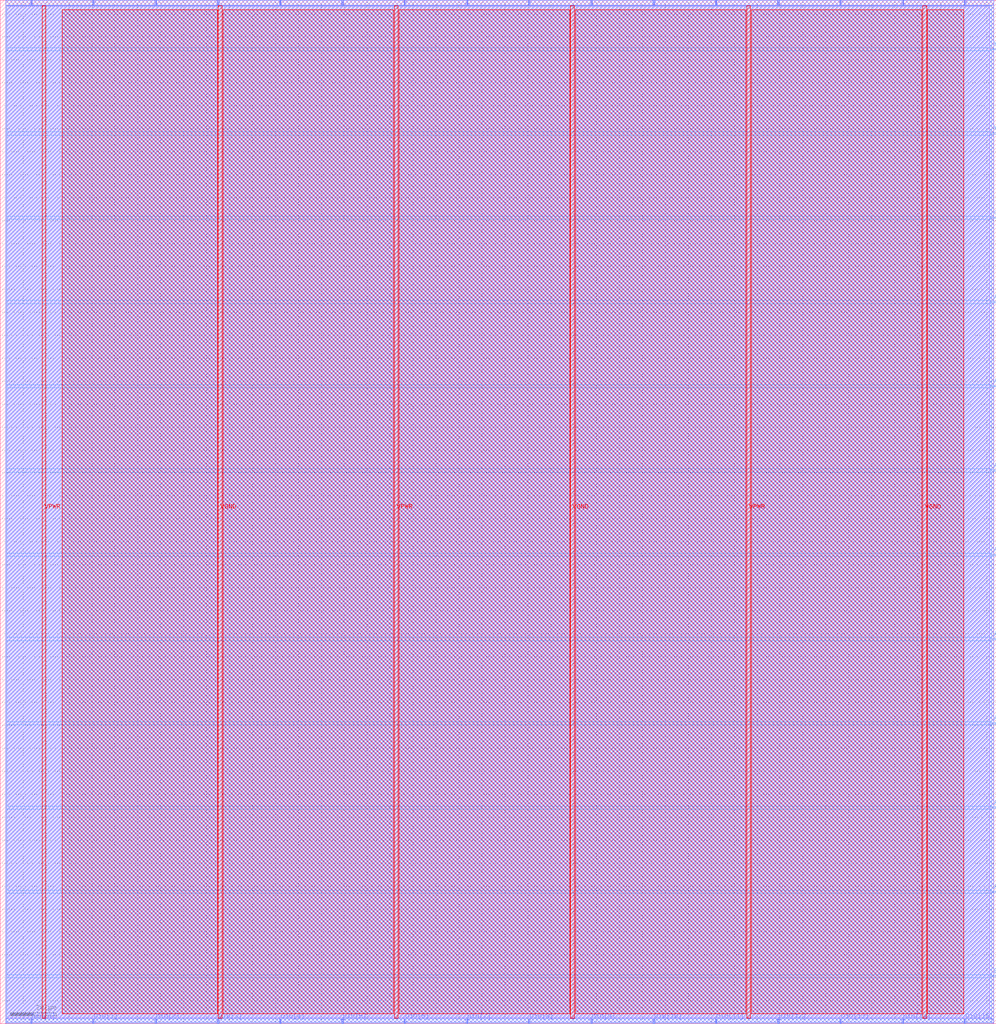
<source format=lef>
VERSION 5.7 ;
  NOWIREEXTENSIONATPIN ON ;
  DIVIDERCHAR "/" ;
  BUSBITCHARS "[]" ;
MACRO RAM256
  CLASS BLOCK ;
  FOREIGN RAM256 ;
  ORIGIN 0.000 0.000 ;
  SIZE 434.240 BY 446.080 ;
  PIN A0[0]
    DIRECTION INPUT ;
    USE SIGNAL ;
    PORT
      LAYER met3 ;
        RECT 432.240 57.160 434.240 57.760 ;
    END
  END A0[0]
  PIN A0[1]
    DIRECTION INPUT ;
    USE SIGNAL ;
    PORT
      LAYER met3 ;
        RECT 432.240 93.880 434.240 94.480 ;
    END
  END A0[1]
  PIN A0[2]
    DIRECTION INPUT ;
    USE SIGNAL ;
    PORT
      LAYER met3 ;
        RECT 432.240 130.600 434.240 131.200 ;
    END
  END A0[2]
  PIN A0[3]
    DIRECTION INPUT ;
    USE SIGNAL ;
    PORT
      LAYER met3 ;
        RECT 432.240 167.320 434.240 167.920 ;
    END
  END A0[3]
  PIN A0[4]
    DIRECTION INPUT ;
    USE SIGNAL ;
    PORT
      LAYER met3 ;
        RECT 432.240 204.040 434.240 204.640 ;
    END
  END A0[4]
  PIN A0[5]
    DIRECTION INPUT ;
    USE SIGNAL ;
    PORT
      LAYER met3 ;
        RECT 432.240 240.760 434.240 241.360 ;
    END
  END A0[5]
  PIN A0[6]
    DIRECTION INPUT ;
    USE SIGNAL ;
    PORT
      LAYER met3 ;
        RECT 432.240 277.480 434.240 278.080 ;
    END
  END A0[6]
  PIN A0[7]
    DIRECTION INPUT ;
    USE SIGNAL ;
    PORT
      LAYER met3 ;
        RECT 432.240 314.200 434.240 314.800 ;
    END
  END A0[7]
  PIN CLK
    DIRECTION INPUT ;
    USE SIGNAL ;
    PORT
      LAYER met3 ;
        RECT 432.240 350.920 434.240 351.520 ;
    END
  END CLK
  PIN Di0[0]
    DIRECTION INPUT ;
    USE SIGNAL ;
    PORT
      LAYER met2 ;
        RECT 13.430 0.000 13.710 2.000 ;
    END
  END Di0[0]
  PIN Di0[10]
    DIRECTION INPUT ;
    USE SIGNAL ;
    PORT
      LAYER met2 ;
        RECT 284.830 0.000 285.110 2.000 ;
    END
  END Di0[10]
  PIN Di0[11]
    DIRECTION INPUT ;
    USE SIGNAL ;
    PORT
      LAYER met2 ;
        RECT 311.970 0.000 312.250 2.000 ;
    END
  END Di0[11]
  PIN Di0[12]
    DIRECTION INPUT ;
    USE SIGNAL ;
    PORT
      LAYER met2 ;
        RECT 339.110 0.000 339.390 2.000 ;
    END
  END Di0[12]
  PIN Di0[13]
    DIRECTION INPUT ;
    USE SIGNAL ;
    PORT
      LAYER met2 ;
        RECT 366.250 0.000 366.530 2.000 ;
    END
  END Di0[13]
  PIN Di0[14]
    DIRECTION INPUT ;
    USE SIGNAL ;
    PORT
      LAYER met2 ;
        RECT 393.390 0.000 393.670 2.000 ;
    END
  END Di0[14]
  PIN Di0[15]
    DIRECTION INPUT ;
    USE SIGNAL ;
    PORT
      LAYER met2 ;
        RECT 420.530 0.000 420.810 2.000 ;
    END
  END Di0[15]
  PIN Di0[1]
    DIRECTION INPUT ;
    USE SIGNAL ;
    PORT
      LAYER met2 ;
        RECT 40.570 0.000 40.850 2.000 ;
    END
  END Di0[1]
  PIN Di0[2]
    DIRECTION INPUT ;
    USE SIGNAL ;
    PORT
      LAYER met2 ;
        RECT 67.710 0.000 67.990 2.000 ;
    END
  END Di0[2]
  PIN Di0[3]
    DIRECTION INPUT ;
    USE SIGNAL ;
    PORT
      LAYER met2 ;
        RECT 94.850 0.000 95.130 2.000 ;
    END
  END Di0[3]
  PIN Di0[4]
    DIRECTION INPUT ;
    USE SIGNAL ;
    PORT
      LAYER met2 ;
        RECT 121.990 0.000 122.270 2.000 ;
    END
  END Di0[4]
  PIN Di0[5]
    DIRECTION INPUT ;
    USE SIGNAL ;
    PORT
      LAYER met2 ;
        RECT 149.130 0.000 149.410 2.000 ;
    END
  END Di0[5]
  PIN Di0[6]
    DIRECTION INPUT ;
    USE SIGNAL ;
    PORT
      LAYER met2 ;
        RECT 176.270 0.000 176.550 2.000 ;
    END
  END Di0[6]
  PIN Di0[7]
    DIRECTION INPUT ;
    USE SIGNAL ;
    PORT
      LAYER met2 ;
        RECT 203.410 0.000 203.690 2.000 ;
    END
  END Di0[7]
  PIN Di0[8]
    DIRECTION INPUT ;
    USE SIGNAL ;
    PORT
      LAYER met2 ;
        RECT 230.550 0.000 230.830 2.000 ;
    END
  END Di0[8]
  PIN Di0[9]
    DIRECTION INPUT ;
    USE SIGNAL ;
    PORT
      LAYER met2 ;
        RECT 257.690 0.000 257.970 2.000 ;
    END
  END Di0[9]
  PIN Do0[0]
    DIRECTION OUTPUT ;
    USE SIGNAL ;
    PORT
      LAYER met2 ;
        RECT 13.430 444.080 13.710 446.080 ;
    END
  END Do0[0]
  PIN Do0[10]
    DIRECTION OUTPUT ;
    USE SIGNAL ;
    PORT
      LAYER met2 ;
        RECT 284.830 444.080 285.110 446.080 ;
    END
  END Do0[10]
  PIN Do0[11]
    DIRECTION OUTPUT ;
    USE SIGNAL ;
    PORT
      LAYER met2 ;
        RECT 311.970 444.080 312.250 446.080 ;
    END
  END Do0[11]
  PIN Do0[12]
    DIRECTION OUTPUT ;
    USE SIGNAL ;
    PORT
      LAYER met2 ;
        RECT 339.110 444.080 339.390 446.080 ;
    END
  END Do0[12]
  PIN Do0[13]
    DIRECTION OUTPUT ;
    USE SIGNAL ;
    PORT
      LAYER met2 ;
        RECT 366.250 444.080 366.530 446.080 ;
    END
  END Do0[13]
  PIN Do0[14]
    DIRECTION OUTPUT ;
    USE SIGNAL ;
    PORT
      LAYER met2 ;
        RECT 393.390 444.080 393.670 446.080 ;
    END
  END Do0[14]
  PIN Do0[15]
    DIRECTION OUTPUT ;
    USE SIGNAL ;
    PORT
      LAYER met2 ;
        RECT 420.530 444.080 420.810 446.080 ;
    END
  END Do0[15]
  PIN Do0[1]
    DIRECTION OUTPUT ;
    USE SIGNAL ;
    PORT
      LAYER met2 ;
        RECT 40.570 444.080 40.850 446.080 ;
    END
  END Do0[1]
  PIN Do0[2]
    DIRECTION OUTPUT ;
    USE SIGNAL ;
    PORT
      LAYER met2 ;
        RECT 67.710 444.080 67.990 446.080 ;
    END
  END Do0[2]
  PIN Do0[3]
    DIRECTION OUTPUT ;
    USE SIGNAL ;
    PORT
      LAYER met2 ;
        RECT 94.850 444.080 95.130 446.080 ;
    END
  END Do0[3]
  PIN Do0[4]
    DIRECTION OUTPUT ;
    USE SIGNAL ;
    PORT
      LAYER met2 ;
        RECT 121.990 444.080 122.270 446.080 ;
    END
  END Do0[4]
  PIN Do0[5]
    DIRECTION OUTPUT ;
    USE SIGNAL ;
    PORT
      LAYER met2 ;
        RECT 149.130 444.080 149.410 446.080 ;
    END
  END Do0[5]
  PIN Do0[6]
    DIRECTION OUTPUT ;
    USE SIGNAL ;
    PORT
      LAYER met2 ;
        RECT 176.270 444.080 176.550 446.080 ;
    END
  END Do0[6]
  PIN Do0[7]
    DIRECTION OUTPUT ;
    USE SIGNAL ;
    PORT
      LAYER met2 ;
        RECT 203.410 444.080 203.690 446.080 ;
    END
  END Do0[7]
  PIN Do0[8]
    DIRECTION OUTPUT ;
    USE SIGNAL ;
    PORT
      LAYER met2 ;
        RECT 230.550 444.080 230.830 446.080 ;
    END
  END Do0[8]
  PIN Do0[9]
    DIRECTION OUTPUT ;
    USE SIGNAL ;
    PORT
      LAYER met2 ;
        RECT 257.690 444.080 257.970 446.080 ;
    END
  END Do0[9]
  PIN EN0
    DIRECTION INPUT ;
    USE SIGNAL ;
    PORT
      LAYER met3 ;
        RECT 432.240 20.440 434.240 21.040 ;
    END
  END EN0
  PIN VGND
    DIRECTION INOUT ;
    USE GROUND ;
    PORT
      LAYER met4 ;
        RECT 95.080 2.480 96.680 443.600 ;
    END
    PORT
      LAYER met4 ;
        RECT 248.680 2.480 250.280 443.600 ;
    END
    PORT
      LAYER met4 ;
        RECT 402.280 2.480 403.880 443.600 ;
    END
  END VGND
  PIN VPWR
    DIRECTION INOUT ;
    USE POWER ;
    PORT
      LAYER met4 ;
        RECT 18.280 2.480 19.880 443.600 ;
    END
    PORT
      LAYER met4 ;
        RECT 171.880 2.480 173.480 443.600 ;
    END
    PORT
      LAYER met4 ;
        RECT 325.480 2.480 327.080 443.600 ;
    END
  END VPWR
  PIN WE0[0]
    DIRECTION INPUT ;
    USE SIGNAL ;
    PORT
      LAYER met3 ;
        RECT 432.240 387.640 434.240 388.240 ;
    END
  END WE0[0]
  PIN WE0[1]
    DIRECTION INPUT ;
    USE SIGNAL ;
    PORT
      LAYER met3 ;
        RECT 432.240 424.360 434.240 424.960 ;
    END
  END WE0[1]
  OBS
      LAYER li1 ;
        RECT 2.760 2.635 431.480 443.445 ;
      LAYER met1 ;
        RECT 2.370 0.720 433.250 446.040 ;
      LAYER met2 ;
        RECT 2.400 443.800 13.150 446.070 ;
        RECT 13.990 443.800 40.290 446.070 ;
        RECT 41.130 443.800 67.430 446.070 ;
        RECT 68.270 443.800 94.570 446.070 ;
        RECT 95.410 443.800 121.710 446.070 ;
        RECT 122.550 443.800 148.850 446.070 ;
        RECT 149.690 443.800 175.990 446.070 ;
        RECT 176.830 443.800 203.130 446.070 ;
        RECT 203.970 443.800 230.270 446.070 ;
        RECT 231.110 443.800 257.410 446.070 ;
        RECT 258.250 443.800 284.550 446.070 ;
        RECT 285.390 443.800 311.690 446.070 ;
        RECT 312.530 443.800 338.830 446.070 ;
        RECT 339.670 443.800 365.970 446.070 ;
        RECT 366.810 443.800 393.110 446.070 ;
        RECT 393.950 443.800 420.250 446.070 ;
        RECT 421.090 443.800 433.220 446.070 ;
        RECT 2.400 2.280 433.220 443.800 ;
        RECT 2.400 0.155 13.150 2.280 ;
        RECT 13.990 0.155 40.290 2.280 ;
        RECT 41.130 0.155 67.430 2.280 ;
        RECT 68.270 0.155 94.570 2.280 ;
        RECT 95.410 0.155 121.710 2.280 ;
        RECT 122.550 0.155 148.850 2.280 ;
        RECT 149.690 0.155 175.990 2.280 ;
        RECT 176.830 0.155 203.130 2.280 ;
        RECT 203.970 0.155 230.270 2.280 ;
        RECT 231.110 0.155 257.410 2.280 ;
        RECT 258.250 0.155 284.550 2.280 ;
        RECT 285.390 0.155 311.690 2.280 ;
        RECT 312.530 0.155 338.830 2.280 ;
        RECT 339.670 0.155 365.970 2.280 ;
        RECT 366.810 0.155 393.110 2.280 ;
        RECT 393.950 0.155 420.250 2.280 ;
        RECT 421.090 0.155 433.220 2.280 ;
      LAYER met3 ;
        RECT 2.825 425.360 432.240 443.525 ;
        RECT 2.825 423.960 431.840 425.360 ;
        RECT 2.825 388.640 432.240 423.960 ;
        RECT 2.825 387.240 431.840 388.640 ;
        RECT 2.825 351.920 432.240 387.240 ;
        RECT 2.825 350.520 431.840 351.920 ;
        RECT 2.825 315.200 432.240 350.520 ;
        RECT 2.825 313.800 431.840 315.200 ;
        RECT 2.825 278.480 432.240 313.800 ;
        RECT 2.825 277.080 431.840 278.480 ;
        RECT 2.825 241.760 432.240 277.080 ;
        RECT 2.825 240.360 431.840 241.760 ;
        RECT 2.825 205.040 432.240 240.360 ;
        RECT 2.825 203.640 431.840 205.040 ;
        RECT 2.825 168.320 432.240 203.640 ;
        RECT 2.825 166.920 431.840 168.320 ;
        RECT 2.825 131.600 432.240 166.920 ;
        RECT 2.825 130.200 431.840 131.600 ;
        RECT 2.825 94.880 432.240 130.200 ;
        RECT 2.825 93.480 431.840 94.880 ;
        RECT 2.825 58.160 432.240 93.480 ;
        RECT 2.825 56.760 431.840 58.160 ;
        RECT 2.825 21.440 432.240 56.760 ;
        RECT 2.825 20.040 431.840 21.440 ;
        RECT 2.825 0.175 432.240 20.040 ;
      LAYER met4 ;
        RECT 26.975 4.255 94.680 441.825 ;
        RECT 97.080 4.255 171.480 441.825 ;
        RECT 173.880 4.255 248.280 441.825 ;
        RECT 250.680 4.255 325.080 441.825 ;
        RECT 327.480 4.255 401.880 441.825 ;
        RECT 404.280 4.255 420.145 441.825 ;
  END
END RAM256
END LIBRARY


</source>
